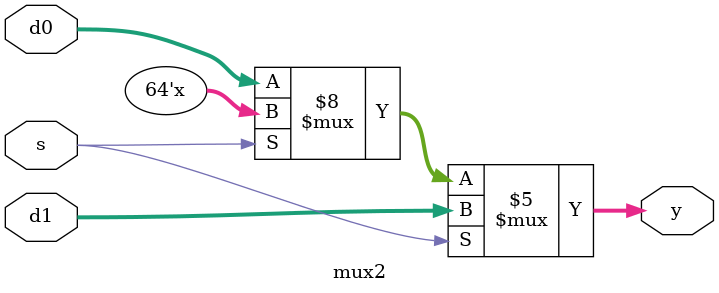
<source format=sv>
`timescale 1ns / 1ps


module mux2 #(
    parameter WIDTH = 64
)(
    input logic [WIDTH -1: 0] d0, d1, //d0 is read data2, d1 is immediately generated number
    input logic s,
    output logic [WIDTH-1:0] y
    );
    
    always_comb begin
       
        if (s==0) begin
            y=d0;
        end
        
        if (s==1) begin
            y=d1;
        end 
        
    end
    
endmodule

</source>
